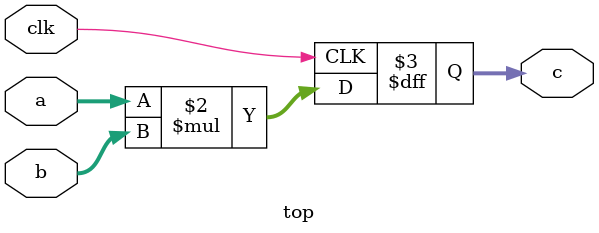
<source format=v>
module top (input clk, input [7:0] a, b, output reg [15:0] c);
  always @(posedge clk) c <= a * b;
endmodule

</source>
